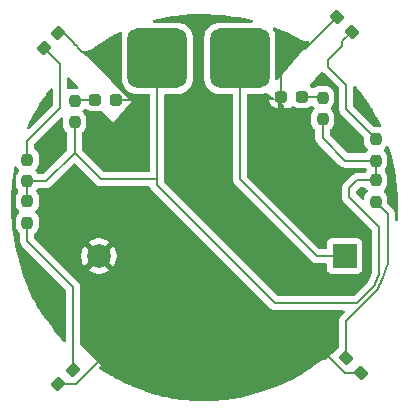
<source format=gbr>
%TF.GenerationSoftware,KiCad,Pcbnew,9.0.1*%
%TF.CreationDate,2025-05-12T23:40:56+02:00*%
%TF.ProjectId,knit_yarn,6b6e6974-5f79-4617-926e-2e6b69636164,rev?*%
%TF.SameCoordinates,Original*%
%TF.FileFunction,Copper,L2,Bot*%
%TF.FilePolarity,Positive*%
%FSLAX46Y46*%
G04 Gerber Fmt 4.6, Leading zero omitted, Abs format (unit mm)*
G04 Created by KiCad (PCBNEW 9.0.1) date 2025-05-12 23:40:56*
%MOMM*%
%LPD*%
G01*
G04 APERTURE LIST*
G04 Aperture macros list*
%AMRoundRect*
0 Rectangle with rounded corners*
0 $1 Rounding radius*
0 $2 $3 $4 $5 $6 $7 $8 $9 X,Y pos of 4 corners*
0 Add a 4 corners polygon primitive as box body*
4,1,4,$2,$3,$4,$5,$6,$7,$8,$9,$2,$3,0*
0 Add four circle primitives for the rounded corners*
1,1,$1+$1,$2,$3*
1,1,$1+$1,$4,$5*
1,1,$1+$1,$6,$7*
1,1,$1+$1,$8,$9*
0 Add four rect primitives between the rounded corners*
20,1,$1+$1,$2,$3,$4,$5,0*
20,1,$1+$1,$4,$5,$6,$7,0*
20,1,$1+$1,$6,$7,$8,$9,0*
20,1,$1+$1,$8,$9,$2,$3,0*%
G04 Aperture macros list end*
%TA.AperFunction,SMDPad,CuDef*%
%ADD10RoundRect,0.237500X0.237500X-0.250000X0.237500X0.250000X-0.237500X0.250000X-0.237500X-0.250000X0*%
%TD*%
%TA.AperFunction,SMDPad,CuDef*%
%ADD11RoundRect,0.237500X0.287500X0.237500X-0.287500X0.237500X-0.287500X-0.237500X0.287500X-0.237500X0*%
%TD*%
%TA.AperFunction,SMDPad,CuDef*%
%ADD12RoundRect,0.237500X-0.287500X-0.237500X0.287500X-0.237500X0.287500X0.237500X-0.287500X0.237500X0*%
%TD*%
%TA.AperFunction,SMDPad,CuDef*%
%ADD13RoundRect,0.237500X0.035355X0.371231X-0.371231X-0.035355X-0.035355X-0.371231X0.371231X0.035355X0*%
%TD*%
%TA.AperFunction,SMDPad,CuDef*%
%ADD14RoundRect,0.750000X1.750000X1.750000X-1.750000X1.750000X-1.750000X-1.750000X1.750000X-1.750000X0*%
%TD*%
%TA.AperFunction,ComponentPad*%
%ADD15C,2.000000*%
%TD*%
%TA.AperFunction,ComponentPad*%
%ADD16R,2.000000X2.000000*%
%TD*%
%TA.AperFunction,SMDPad,CuDef*%
%ADD17RoundRect,0.237500X-0.237500X0.250000X-0.237500X-0.250000X0.237500X-0.250000X0.237500X0.250000X0*%
%TD*%
%TA.AperFunction,SMDPad,CuDef*%
%ADD18RoundRect,0.237500X-0.371231X0.035355X0.035355X-0.371231X0.371231X-0.035355X-0.035355X0.371231X0*%
%TD*%
%TA.AperFunction,SMDPad,CuDef*%
%ADD19RoundRect,0.237500X-0.035355X-0.371231X0.371231X0.035355X0.035355X0.371231X-0.371231X-0.035355X0*%
%TD*%
%TA.AperFunction,SMDPad,CuDef*%
%ADD20RoundRect,0.237500X0.371231X-0.035355X-0.035355X0.371231X-0.371231X0.035355X0.035355X-0.371231X0*%
%TD*%
%TA.AperFunction,ViaPad*%
%ADD21C,0.600000*%
%TD*%
%TA.AperFunction,Conductor*%
%ADD22C,0.200000*%
%TD*%
G04 APERTURE END LIST*
D10*
%TO.P,R6,1*%
%TO.N,+3V0*%
X89000000Y-82412500D03*
%TO.P,R6,2*%
%TO.N,Net-(D6-A)*%
X89000000Y-80587500D03*
%TD*%
%TO.P,R5,1*%
%TO.N,+3V0*%
X110000000Y-82162500D03*
%TO.P,R5,2*%
%TO.N,Net-(D5-A)*%
X110000000Y-80337500D03*
%TD*%
D11*
%TO.P,D6,1,K*%
%TO.N,GND*%
X92500000Y-80500000D03*
%TO.P,D6,2,A*%
%TO.N,Net-(D6-A)*%
X90750000Y-80500000D03*
%TD*%
D12*
%TO.P,D5,1,K*%
%TO.N,GND*%
X106500000Y-80250000D03*
%TO.P,D5,2,A*%
%TO.N,Net-(D5-A)*%
X108250000Y-80250000D03*
%TD*%
D13*
%TO.P,D4,2,A*%
%TO.N,Net-(D4-A)*%
X86381282Y-76118718D03*
%TO.P,D4,1,K*%
%TO.N,GND*%
X87618718Y-74881282D03*
%TD*%
D14*
%TO.P,SW1,1,A*%
%TO.N,Net-(BT1-+)*%
X103000000Y-77000000D03*
%TO.P,SW1,2,B*%
%TO.N,+3V0*%
X96000000Y-77000000D03*
%TD*%
D15*
%TO.P,BT1,2,-*%
%TO.N,GND*%
X91057455Y-93750000D03*
D16*
%TO.P,BT1,1,+*%
%TO.N,Net-(BT1-+)*%
X111857455Y-93750000D03*
%TD*%
D10*
%TO.P,R4,1*%
%TO.N,+3V0*%
X85000000Y-87412500D03*
%TO.P,R4,2*%
%TO.N,Net-(D4-A)*%
X85000000Y-85587500D03*
%TD*%
%TO.P,R3,1*%
%TO.N,+3V0*%
X114500000Y-85662500D03*
%TO.P,R3,2*%
%TO.N,Net-(D3-A)*%
X114500000Y-83837500D03*
%TD*%
D17*
%TO.P,R2,1*%
%TO.N,+3V0*%
X85000000Y-89087500D03*
%TO.P,R2,2*%
%TO.N,Net-(D2-A)*%
X85000000Y-90912500D03*
%TD*%
%TO.P,R1,1*%
%TO.N,+3V0*%
X114500000Y-87337500D03*
%TO.P,R1,2*%
%TO.N,Net-(D1-A)*%
X114500000Y-89162500D03*
%TD*%
D18*
%TO.P,D3,1,K*%
%TO.N,GND*%
X111262564Y-73512564D03*
%TO.P,D3,2,A*%
%TO.N,Net-(D3-A)*%
X112500000Y-74750000D03*
%TD*%
D19*
%TO.P,D2,1,K*%
%TO.N,GND*%
X87631282Y-104618718D03*
%TO.P,D2,2,A*%
%TO.N,Net-(D2-A)*%
X88868718Y-103381282D03*
%TD*%
D20*
%TO.P,D1,1,K*%
%TO.N,GND*%
X113243718Y-103618718D03*
%TO.P,D1,2,A*%
%TO.N,Net-(D1-A)*%
X112006282Y-102381282D03*
%TD*%
D21*
%TO.N,GND*%
X100000000Y-89000000D03*
%TD*%
D22*
%TO.N,GND*%
X106500000Y-80250000D02*
X106500000Y-82000000D01*
X106500000Y-78000000D02*
X106500000Y-80250000D01*
X108525128Y-76250000D02*
X107250000Y-76250000D01*
X111262564Y-73512564D02*
X108525128Y-76250000D01*
X92500000Y-80500000D02*
X94250000Y-80500000D01*
X87618718Y-74881282D02*
X88131282Y-74881282D01*
X89672504Y-76453839D02*
X89677229Y-76458564D01*
X88989548Y-75788874D02*
X88999932Y-75799258D01*
X88939792Y-75694698D02*
X88939792Y-75703928D01*
X88934109Y-75689015D02*
X88939792Y-75694698D01*
X88934109Y-75684109D02*
X88934109Y-75689015D01*
X88946314Y-75718594D02*
X88953617Y-75725897D01*
X89461663Y-76273458D02*
X89462008Y-76273458D01*
X88939792Y-75703928D02*
X88946314Y-75710450D01*
X89649484Y-76443280D02*
X89652915Y-76443280D01*
X89601853Y-76406160D02*
X89603170Y-76406160D01*
X88953617Y-75733032D02*
X88961648Y-75741063D01*
X89616868Y-76419858D02*
X89619245Y-76419858D01*
X89687275Y-76462865D02*
X89693937Y-76462865D01*
X89705424Y-76466702D02*
X89708758Y-76470036D01*
X89010767Y-75815908D02*
X89022000Y-75827141D01*
X89708758Y-76470036D02*
X89717469Y-76470036D01*
X88131282Y-74881282D02*
X88934109Y-75684109D01*
X88946314Y-75710450D02*
X88946314Y-75718594D01*
X89488837Y-76300287D02*
X89489971Y-76300287D01*
X88979669Y-75775163D02*
X88989548Y-75785042D01*
X89516602Y-76326918D02*
X89521775Y-76326918D01*
X88989548Y-75785042D02*
X88989548Y-75788874D01*
X88999932Y-75802450D02*
X89010767Y-75813285D01*
X88999932Y-75799258D02*
X88999932Y-75802450D01*
X88970350Y-75761298D02*
X88979669Y-75770617D01*
X89172920Y-75992565D02*
X89297994Y-76109789D01*
X89010767Y-75813285D02*
X89010767Y-75815908D01*
X88979669Y-75770617D02*
X88979669Y-75775163D01*
X89722827Y-76472827D02*
X90000000Y-76750000D01*
X88961648Y-75741063D02*
X88961648Y-75747261D01*
X89720260Y-76472827D02*
X89722827Y-76472827D01*
X89022000Y-75829267D02*
X89033603Y-75840870D01*
X89682974Y-76458564D02*
X89687275Y-76462865D01*
X89033603Y-75840870D02*
X89033603Y-75842539D01*
X89022000Y-75827141D02*
X89022000Y-75829267D01*
X89640925Y-76437523D02*
X89643727Y-76437523D01*
X89033603Y-75842539D02*
X89057820Y-75866756D01*
X88961648Y-75747261D02*
X88970350Y-75755963D01*
X89057820Y-75866756D02*
X89057820Y-75868875D01*
X89083219Y-75895014D02*
X89172657Y-75984452D01*
X89057820Y-75868875D02*
X89083219Y-75894274D01*
X89083219Y-75894274D02*
X89083219Y-75895014D01*
X89172657Y-75984452D02*
X89172920Y-75992565D01*
X89462008Y-76273458D02*
X89488837Y-76300287D01*
X88953617Y-75725897D02*
X88953617Y-75733032D01*
X89297994Y-76109789D02*
X89461663Y-76273458D01*
X89632658Y-76431505D02*
X89634907Y-76431505D01*
X89667603Y-76453839D02*
X89672504Y-76453839D01*
X90000000Y-76750000D02*
X91250000Y-76750000D01*
X89489971Y-76300287D02*
X89516602Y-76326918D01*
X89521775Y-76326918D02*
X89587356Y-76392499D01*
X89587356Y-76392499D02*
X89588192Y-76392499D01*
X89588192Y-76392499D02*
X89601853Y-76406160D01*
X88970350Y-75755963D02*
X88970350Y-75761298D01*
X89619245Y-76419858D02*
X89624650Y-76425263D01*
X89624650Y-76425263D02*
X89626416Y-76425263D01*
X89603170Y-76406160D02*
X89616868Y-76419858D01*
X89626416Y-76425263D02*
X89632658Y-76431505D01*
X89662494Y-76448730D02*
X89667603Y-76453839D01*
X89634907Y-76431505D02*
X89640925Y-76437523D01*
X89643727Y-76437523D02*
X89649484Y-76443280D01*
X89652915Y-76443280D02*
X89658365Y-76448730D01*
X89658365Y-76448730D02*
X89662494Y-76448730D01*
X89677229Y-76458564D02*
X89682974Y-76458564D01*
X89693937Y-76462865D02*
X89697774Y-76466702D01*
X89697774Y-76466702D02*
X89705424Y-76466702D01*
X89717469Y-76470036D02*
X89720260Y-76472827D01*
%TO.N,+3V0*%
X96000000Y-87250000D02*
X96000000Y-87750000D01*
X114750000Y-91250000D02*
X112250000Y-88750000D01*
X112250000Y-88750000D02*
X112250000Y-88000000D01*
X96000000Y-87750000D02*
X106000000Y-97750000D01*
X114283823Y-96399077D02*
X114300532Y-96367665D01*
X112250000Y-88000000D02*
X112912500Y-87337500D01*
X114300532Y-96367665D02*
X114354125Y-96263531D01*
X114749341Y-95342278D02*
X114750000Y-95340547D01*
X114750000Y-95340547D02*
X114750000Y-91250000D01*
X106000000Y-97750000D02*
X112932900Y-97750000D01*
X112932900Y-97750000D02*
X114283823Y-96399077D01*
X114354125Y-96263531D02*
X114403484Y-96163820D01*
X114450113Y-96065533D02*
X114495398Y-95965840D01*
X112912500Y-87337500D02*
X114500000Y-87337500D01*
X114403484Y-96163820D02*
X114450113Y-96065533D01*
X114588055Y-95748994D02*
X114637152Y-95628153D01*
X114495398Y-95965840D02*
X114541037Y-95861077D01*
X114541037Y-95861077D02*
X114588055Y-95748994D01*
X114637152Y-95628153D02*
X114749341Y-95342278D01*
%TO.N,Net-(D1-A)*%
X115009568Y-95776858D02*
X115123374Y-95486862D01*
X115500000Y-94456641D02*
X115500000Y-90162500D01*
X115500000Y-90162500D02*
X114500000Y-89162500D01*
X114609723Y-96640277D02*
X114655851Y-96553559D01*
X114764351Y-96338712D02*
X114813819Y-96234440D01*
X112006282Y-102381282D02*
X112006282Y-99243718D01*
X115395870Y-94756485D02*
X115500000Y-94456641D01*
X114712101Y-96444262D02*
X114764351Y-96338712D01*
X114655851Y-96553559D02*
X114712101Y-96444262D01*
X112006282Y-99243718D02*
X114609723Y-96640277D01*
X114813819Y-96234440D02*
X114861814Y-96128781D01*
X114958704Y-95902048D02*
X115009568Y-95776858D01*
X114861814Y-96128781D02*
X114909738Y-96018775D01*
X114909738Y-96018775D02*
X114958704Y-95902048D01*
X115123374Y-95486862D02*
X115254044Y-95143584D01*
X115254044Y-95143584D02*
X115395870Y-94756485D01*
%TO.N,GND*%
X89402549Y-104303423D02*
X91705972Y-102000000D01*
X89402549Y-104345823D02*
X89402549Y-104303423D01*
X91705972Y-102000000D02*
X92500000Y-102000000D01*
X87631282Y-104618718D02*
X89129654Y-104618718D01*
X89129654Y-104618718D02*
X89402549Y-104345823D01*
X111250000Y-103000000D02*
X109750000Y-101500000D01*
X113243718Y-103618718D02*
X111868718Y-103618718D01*
X111868718Y-103618718D02*
X111250000Y-103000000D01*
%TO.N,+3V0*%
X85000000Y-87412500D02*
X86587500Y-87412500D01*
X86587500Y-87412500D02*
X89000000Y-85000000D01*
X85000000Y-89087500D02*
X85000000Y-87412500D01*
X89000000Y-85000000D02*
X89000000Y-82412500D01*
X96000000Y-87250000D02*
X91250000Y-87250000D01*
X91250000Y-87250000D02*
X89000000Y-85000000D01*
X96000000Y-77000000D02*
X96000000Y-87250000D01*
%TO.N,Net-(BT1-+)*%
X109500000Y-93750000D02*
X103000000Y-87250000D01*
X111857455Y-93750000D02*
X109500000Y-93750000D01*
X103000000Y-87250000D02*
X103000000Y-77000000D01*
%TO.N,+3V0*%
X111912500Y-85662500D02*
X110000000Y-83750000D01*
X110000000Y-83750000D02*
X110000000Y-82162500D01*
X114500000Y-85662500D02*
X111912500Y-85662500D01*
X114500000Y-85662500D02*
X114500000Y-87337500D01*
%TO.N,Net-(D3-A)*%
X114500000Y-83837500D02*
X112000000Y-81337500D01*
X112000000Y-81337500D02*
X112000000Y-79250000D01*
X112000000Y-79250000D02*
X110500000Y-77750000D01*
X110500000Y-77750000D02*
X110500000Y-77122686D01*
X111686343Y-75936343D02*
X111686343Y-75563657D01*
X110500000Y-77122686D02*
X111686343Y-75936343D01*
X111686343Y-75563657D02*
X112500000Y-74750000D01*
%TO.N,Net-(D5-A)*%
X108250000Y-80250000D02*
X109912500Y-80250000D01*
X109912500Y-80250000D02*
X110000000Y-80337500D01*
%TO.N,Net-(D6-A)*%
X90750000Y-80500000D02*
X89087500Y-80500000D01*
X89087500Y-80500000D02*
X89000000Y-80587500D01*
%TO.N,Net-(D4-A)*%
X85000000Y-85587500D02*
X85000000Y-84000000D01*
X85000000Y-84000000D02*
X87750000Y-81250000D01*
X87750000Y-81250000D02*
X87750000Y-77487436D01*
X87750000Y-77487436D02*
X86381282Y-76118718D01*
%TO.N,Net-(D2-A)*%
X88868718Y-103381282D02*
X88868718Y-96368718D01*
X88868718Y-96368718D02*
X85000000Y-92500000D01*
X85000000Y-92500000D02*
X85000000Y-90912500D01*
%TD*%
%TA.AperFunction,Conductor*%
%TO.N,GND*%
G36*
X89043333Y-85908415D02*
G01*
X89087680Y-85936916D01*
X90881284Y-87730520D01*
X90881286Y-87730521D01*
X90881290Y-87730524D01*
X91018209Y-87809573D01*
X91018216Y-87809577D01*
X91170943Y-87850501D01*
X91170945Y-87850501D01*
X91336654Y-87850501D01*
X91336670Y-87850500D01*
X95310097Y-87850500D01*
X95377136Y-87870185D01*
X95422891Y-87922989D01*
X95423827Y-87925089D01*
X95427491Y-87933522D01*
X95440423Y-87981785D01*
X95469360Y-88031904D01*
X95472888Y-88038015D01*
X95472889Y-88038017D01*
X95519479Y-88118714D01*
X95519481Y-88118717D01*
X95638349Y-88237585D01*
X95638354Y-88237589D01*
X105631284Y-98230520D01*
X105631286Y-98230521D01*
X105631290Y-98230524D01*
X105667626Y-98251502D01*
X105768216Y-98309577D01*
X105920943Y-98350501D01*
X105920945Y-98350501D01*
X106086654Y-98350501D01*
X106086670Y-98350500D01*
X111750902Y-98350500D01*
X111817941Y-98370185D01*
X111863696Y-98422989D01*
X111873640Y-98492147D01*
X111844615Y-98555703D01*
X111838583Y-98562181D01*
X111525763Y-98875000D01*
X111525761Y-98875003D01*
X111518132Y-98888217D01*
X111485733Y-98944335D01*
X111446705Y-99011933D01*
X111405781Y-99164661D01*
X111405781Y-99164663D01*
X111405781Y-99332764D01*
X111405782Y-99332777D01*
X111405782Y-101416953D01*
X111386097Y-101483992D01*
X111364163Y-101509632D01*
X110221065Y-102525719D01*
X110199367Y-102535961D01*
X110179902Y-102549989D01*
X110162634Y-102553301D01*
X110157881Y-102555545D01*
X110145285Y-102556864D01*
X110140432Y-102557122D01*
X110140029Y-102557086D01*
X110139541Y-102557170D01*
X110132247Y-102557559D01*
X110131767Y-102557445D01*
X110119348Y-102558653D01*
X110119317Y-102558339D01*
X110110272Y-102559224D01*
X110110328Y-102559792D01*
X110100919Y-102560719D01*
X110094753Y-102561887D01*
X110088198Y-102562845D01*
X110083301Y-102563035D01*
X110080078Y-102564033D01*
X110070827Y-102565386D01*
X110066994Y-102565969D01*
X110065367Y-102566440D01*
X110044207Y-102570607D01*
X110041209Y-102570930D01*
X110038030Y-102571701D01*
X110034808Y-102572747D01*
X110034391Y-102572775D01*
X110027565Y-102575099D01*
X110026674Y-102575389D01*
X110026100Y-102575405D01*
X110009507Y-102579636D01*
X110001645Y-102580995D01*
X110001639Y-102580996D01*
X110001638Y-102580997D01*
X110001636Y-102580997D01*
X109998800Y-102581881D01*
X109984753Y-102587053D01*
X109977039Y-102589211D01*
X109975964Y-102589367D01*
X109974994Y-102589783D01*
X109967050Y-102592006D01*
X109966588Y-102592000D01*
X109960680Y-102594224D01*
X109955551Y-102596572D01*
X109950317Y-102598587D01*
X109949482Y-102598736D01*
X109947381Y-102599718D01*
X109943329Y-102601279D01*
X109941982Y-102601389D01*
X109933248Y-102604673D01*
X109930967Y-102605333D01*
X109929267Y-102606076D01*
X109926142Y-102607801D01*
X109922276Y-102609740D01*
X109906676Y-102616274D01*
X109899694Y-102618652D01*
X109896261Y-102620350D01*
X109887153Y-102625554D01*
X109882737Y-102627678D01*
X109870711Y-102632337D01*
X109866207Y-102635628D01*
X109855958Y-102640559D01*
X109855092Y-102640701D01*
X109847275Y-102644636D01*
X109843774Y-102646140D01*
X109836792Y-102650293D01*
X109836494Y-102649792D01*
X109824460Y-102657206D01*
X109818372Y-102660053D01*
X109811518Y-102664431D01*
X109811382Y-102664219D01*
X109807222Y-102667159D01*
X109803653Y-102669258D01*
X109794315Y-102673944D01*
X109791636Y-102676325D01*
X109787705Y-102678637D01*
X109787268Y-102678779D01*
X109785295Y-102680054D01*
X109781917Y-102682042D01*
X109781355Y-102682183D01*
X109777318Y-102684617D01*
X109771209Y-102687868D01*
X109767381Y-102690601D01*
X109755881Y-102697891D01*
X109748786Y-102701859D01*
X109746487Y-102703574D01*
X109739688Y-102708299D01*
X109737287Y-102709851D01*
X109726799Y-102715969D01*
X109724967Y-102717816D01*
X109717174Y-102722855D01*
X109716679Y-102723001D01*
X109714003Y-102724838D01*
X109704755Y-102730428D01*
X109698690Y-102734940D01*
X109697011Y-102736100D01*
X109692124Y-102739308D01*
X109683198Y-102744871D01*
X109681532Y-102746242D01*
X109670154Y-102754559D01*
X109651132Y-102766868D01*
X109647300Y-102769129D01*
X109646574Y-102769650D01*
X109641708Y-102772967D01*
X109639769Y-102774221D01*
X109634961Y-102777981D01*
X109618683Y-102789661D01*
X109615586Y-102791813D01*
X109594062Y-102806286D01*
X109583123Y-102814844D01*
X109545208Y-102841060D01*
X109543395Y-102842702D01*
X109532467Y-102851522D01*
X109431635Y-102923871D01*
X109424182Y-102929218D01*
X109422945Y-102929693D01*
X109370792Y-102967525D01*
X109370504Y-102967733D01*
X109370474Y-102967755D01*
X109314356Y-103008022D01*
X109309922Y-103011684D01*
X109095534Y-103167211D01*
X109094895Y-103167672D01*
X108946534Y-103273867D01*
X108945657Y-103274489D01*
X108792560Y-103382080D01*
X108791380Y-103382899D01*
X108709937Y-103438681D01*
X108636776Y-103488790D01*
X108635133Y-103489895D01*
X108481711Y-103591415D01*
X108479636Y-103592759D01*
X108328489Y-103688497D01*
X108326294Y-103689856D01*
X108175900Y-103780786D01*
X108173724Y-103782071D01*
X108022384Y-103869411D01*
X108020322Y-103870574D01*
X107910300Y-103931246D01*
X107866658Y-103955312D01*
X107864684Y-103956377D01*
X107707291Y-104039494D01*
X107705493Y-104040425D01*
X107543111Y-104122813D01*
X107541526Y-104123603D01*
X107372645Y-104206277D01*
X107371295Y-104206928D01*
X107195104Y-104290556D01*
X107193949Y-104291097D01*
X107009793Y-104376197D01*
X107008632Y-104376726D01*
X106816850Y-104462967D01*
X106815642Y-104463503D01*
X106615854Y-104550795D01*
X106614602Y-104551333D01*
X106406512Y-104639543D01*
X106405228Y-104640079D01*
X106188249Y-104729198D01*
X106186939Y-104729727D01*
X105960891Y-104819574D01*
X105959564Y-104820093D01*
X105723944Y-104910624D01*
X105722602Y-104911131D01*
X105476924Y-105002278D01*
X105475573Y-105002770D01*
X105220167Y-105094171D01*
X105218792Y-105094654D01*
X104954904Y-105185608D01*
X104953478Y-105186090D01*
X104683294Y-105275558D01*
X104681790Y-105276045D01*
X104406892Y-105363201D01*
X104405387Y-105363667D01*
X104128015Y-105447479D01*
X104126304Y-105447983D01*
X103848328Y-105527548D01*
X103846413Y-105528079D01*
X103569997Y-105602426D01*
X103567868Y-105602979D01*
X103294745Y-105671269D01*
X103292365Y-105671839D01*
X103023893Y-105733363D01*
X103021306Y-105733927D01*
X102755798Y-105788833D01*
X102753059Y-105789367D01*
X102488447Y-105837905D01*
X102485613Y-105838391D01*
X102219629Y-105880831D01*
X102216761Y-105881254D01*
X101947182Y-105917828D01*
X101944341Y-105918180D01*
X101669064Y-105949072D01*
X101666309Y-105949350D01*
X101382883Y-105974764D01*
X101380264Y-105974971D01*
X101086827Y-105995025D01*
X101084387Y-105995168D01*
X100779543Y-106009974D01*
X100777288Y-106010063D01*
X100462860Y-106019602D01*
X100460736Y-106019648D01*
X100139631Y-106023885D01*
X100137585Y-106023895D01*
X99812619Y-106022821D01*
X99810604Y-106022798D01*
X99484378Y-106016418D01*
X99482350Y-106016362D01*
X99157716Y-106004697D01*
X99155630Y-106004604D01*
X98835375Y-105987692D01*
X98833183Y-105987557D01*
X98519986Y-105965449D01*
X98517635Y-105965261D01*
X98213541Y-105937974D01*
X98211023Y-105937722D01*
X97915374Y-105905100D01*
X97912719Y-105904778D01*
X97623814Y-105866576D01*
X97621051Y-105866179D01*
X97337476Y-105822166D01*
X97334649Y-105821694D01*
X97054694Y-105771592D01*
X97051845Y-105771047D01*
X96773986Y-105714581D01*
X96771157Y-105713972D01*
X96493773Y-105650830D01*
X96491013Y-105650168D01*
X96212431Y-105580008D01*
X96209821Y-105579320D01*
X96030842Y-105530030D01*
X95928815Y-105501932D01*
X95926368Y-105501231D01*
X95643487Y-105417042D01*
X95641217Y-105416343D01*
X95357613Y-105325989D01*
X95355490Y-105325291D01*
X95072555Y-105229500D01*
X95070551Y-105228803D01*
X94789345Y-105128202D01*
X94787437Y-105127502D01*
X94509296Y-105022826D01*
X94507463Y-105022119D01*
X94271019Y-104928833D01*
X94233657Y-104914092D01*
X94231895Y-104913381D01*
X94226441Y-104911131D01*
X94023134Y-104827256D01*
X93963464Y-104802639D01*
X93961739Y-104801912D01*
X93699689Y-104689144D01*
X93698097Y-104688446D01*
X93443689Y-104574714D01*
X93442234Y-104574052D01*
X93197054Y-104460631D01*
X93195761Y-104460024D01*
X92962784Y-104348848D01*
X92960983Y-104347971D01*
X92559077Y-104148133D01*
X92529368Y-104133361D01*
X92527189Y-104132250D01*
X92158447Y-103939699D01*
X92156886Y-103938870D01*
X92029464Y-103870003D01*
X92001600Y-103854943D01*
X92000611Y-103854403D01*
X91979420Y-103842689D01*
X91862969Y-103778315D01*
X91861466Y-103777470D01*
X91631405Y-103646012D01*
X91629438Y-103644864D01*
X91457189Y-103542199D01*
X91455755Y-103541331D01*
X91340963Y-103470791D01*
X91329325Y-103462688D01*
X91327684Y-103461400D01*
X91327679Y-103461397D01*
X91327678Y-103461396D01*
X91292211Y-103440394D01*
X91281327Y-103432103D01*
X91280916Y-103432661D01*
X91274375Y-103427830D01*
X91261804Y-103420877D01*
X91250308Y-103412667D01*
X91249974Y-103413151D01*
X91243289Y-103408535D01*
X91243287Y-103408534D01*
X91243286Y-103408533D01*
X91228851Y-103401137D01*
X91215096Y-103392079D01*
X91215055Y-103392145D01*
X91208175Y-103387828D01*
X91203492Y-103385684D01*
X91193250Y-103380995D01*
X91181700Y-103374953D01*
X91176965Y-103372149D01*
X91167578Y-103365952D01*
X91167302Y-103365801D01*
X91158043Y-103362205D01*
X91149153Y-103358346D01*
X91146001Y-103356828D01*
X91141009Y-103354068D01*
X91139475Y-103353687D01*
X91132818Y-103350482D01*
X91110162Y-103330032D01*
X91086063Y-103311329D01*
X91084480Y-103306850D01*
X91080953Y-103303666D01*
X91072950Y-103274216D01*
X91062787Y-103245451D01*
X91063877Y-103240827D01*
X91062631Y-103236241D01*
X91071821Y-103207138D01*
X91078823Y-103177446D01*
X91082878Y-103172125D01*
X91083671Y-103169615D01*
X91086732Y-103167068D01*
X91098918Y-103151081D01*
X91250000Y-103000000D01*
X89505537Y-101255537D01*
X89472052Y-101194214D01*
X89469218Y-101167856D01*
X89469218Y-96289660D01*
X89465261Y-96274895D01*
X89465260Y-96274891D01*
X89448809Y-96213495D01*
X89448809Y-96213494D01*
X89428295Y-96136934D01*
X89420867Y-96124068D01*
X89349242Y-96000008D01*
X89349239Y-96000004D01*
X89349238Y-96000002D01*
X89237434Y-95888198D01*
X89237433Y-95888197D01*
X89233103Y-95883867D01*
X89233092Y-95883857D01*
X86981182Y-93631947D01*
X89557455Y-93631947D01*
X89557455Y-93868052D01*
X89594389Y-94101247D01*
X89667352Y-94325802D01*
X89774542Y-94536174D01*
X89834793Y-94619104D01*
X89834795Y-94619105D01*
X90379876Y-94074024D01*
X90392814Y-94105258D01*
X90474892Y-94228097D01*
X90579358Y-94332563D01*
X90702197Y-94414641D01*
X90733429Y-94427578D01*
X90188348Y-94972658D01*
X90271283Y-95032914D01*
X90481652Y-95140102D01*
X90706207Y-95213065D01*
X90706206Y-95213065D01*
X90939403Y-95250000D01*
X91175507Y-95250000D01*
X91408702Y-95213065D01*
X91633257Y-95140102D01*
X91843618Y-95032918D01*
X91843624Y-95032914D01*
X91926559Y-94972658D01*
X91926560Y-94972658D01*
X91381479Y-94427578D01*
X91412713Y-94414641D01*
X91535552Y-94332563D01*
X91640018Y-94228097D01*
X91722096Y-94105258D01*
X91735033Y-94074024D01*
X92280113Y-94619105D01*
X92280113Y-94619104D01*
X92340369Y-94536169D01*
X92340373Y-94536163D01*
X92447557Y-94325802D01*
X92520520Y-94101247D01*
X92557455Y-93868052D01*
X92557455Y-93631947D01*
X92520520Y-93398752D01*
X92447557Y-93174197D01*
X92340369Y-92963828D01*
X92280113Y-92880894D01*
X92280113Y-92880893D01*
X91735032Y-93425974D01*
X91722096Y-93394742D01*
X91640018Y-93271903D01*
X91535552Y-93167437D01*
X91412713Y-93085359D01*
X91381479Y-93072421D01*
X91926560Y-92527340D01*
X91926559Y-92527338D01*
X91843629Y-92467087D01*
X91633257Y-92359897D01*
X91408702Y-92286934D01*
X91408703Y-92286934D01*
X91175507Y-92250000D01*
X90939403Y-92250000D01*
X90706207Y-92286934D01*
X90481652Y-92359897D01*
X90271285Y-92467084D01*
X90188349Y-92527340D01*
X90733430Y-93072421D01*
X90702197Y-93085359D01*
X90579358Y-93167437D01*
X90474892Y-93271903D01*
X90392814Y-93394742D01*
X90379876Y-93425975D01*
X89834795Y-92880894D01*
X89774539Y-92963830D01*
X89667352Y-93174197D01*
X89594389Y-93398752D01*
X89557455Y-93631947D01*
X86981182Y-93631947D01*
X85636819Y-92287584D01*
X85603334Y-92226261D01*
X85600500Y-92199903D01*
X85600500Y-91874900D01*
X85620185Y-91807861D01*
X85659401Y-91769363D01*
X85698350Y-91745340D01*
X85820340Y-91623350D01*
X85910908Y-91476516D01*
X85965174Y-91312753D01*
X85975500Y-91211677D01*
X85975499Y-90613324D01*
X85965174Y-90512247D01*
X85910908Y-90348484D01*
X85820340Y-90201650D01*
X85706371Y-90087681D01*
X85672886Y-90026358D01*
X85677870Y-89956666D01*
X85706371Y-89912319D01*
X85744182Y-89874508D01*
X85820340Y-89798350D01*
X85910908Y-89651516D01*
X85965174Y-89487753D01*
X85975500Y-89386677D01*
X85975499Y-88788324D01*
X85972835Y-88762248D01*
X85965174Y-88687247D01*
X85959770Y-88670939D01*
X85910908Y-88523484D01*
X85820340Y-88376650D01*
X85781371Y-88337681D01*
X85780688Y-88336431D01*
X85779452Y-88335720D01*
X85763984Y-88305840D01*
X85747886Y-88276358D01*
X85747987Y-88274937D01*
X85747332Y-88273671D01*
X85750471Y-88240206D01*
X85752870Y-88206666D01*
X85753768Y-88205063D01*
X85753858Y-88204106D01*
X85756862Y-88199542D01*
X85771453Y-88173511D01*
X85776069Y-88167620D01*
X85820340Y-88123350D01*
X85855725Y-88065980D01*
X85860012Y-88060511D01*
X85883010Y-88044076D01*
X85904020Y-88025179D01*
X85911989Y-88023367D01*
X85916859Y-88019888D01*
X85930195Y-88019230D01*
X85957611Y-88013000D01*
X86500831Y-88013000D01*
X86500847Y-88013001D01*
X86508443Y-88013001D01*
X86666554Y-88013001D01*
X86666557Y-88013001D01*
X86819285Y-87972077D01*
X86869404Y-87943139D01*
X86956216Y-87893020D01*
X87068020Y-87781216D01*
X87068020Y-87781214D01*
X87078228Y-87771007D01*
X87078230Y-87771004D01*
X88912318Y-85936916D01*
X88973641Y-85903431D01*
X89043333Y-85908415D01*
G37*
%TD.AperFunction*%
%TA.AperFunction,Conductor*%
G36*
X99929219Y-73270456D02*
G01*
X99931687Y-73270510D01*
X100354374Y-73284237D01*
X100356688Y-73284336D01*
X100789649Y-73306967D01*
X100791840Y-73307102D01*
X101230099Y-73338308D01*
X101232363Y-73338491D01*
X101670922Y-73377909D01*
X101673122Y-73378128D01*
X102107078Y-73425383D01*
X102109365Y-73425654D01*
X102533554Y-73480307D01*
X102536105Y-73480663D01*
X102945608Y-73542274D01*
X102948403Y-73542728D01*
X103338076Y-73610777D01*
X103341230Y-73611370D01*
X103708119Y-73685442D01*
X103711277Y-73686125D01*
X103997011Y-73751887D01*
X104009055Y-73754659D01*
X104069971Y-73788879D01*
X104102717Y-73850600D01*
X104096896Y-73920226D01*
X104054355Y-73975653D01*
X103988602Y-73999281D01*
X103981243Y-73999500D01*
X101185791Y-73999500D01*
X101185776Y-73999501D01*
X101053586Y-74009904D01*
X101053579Y-74009905D01*
X100835321Y-74064902D01*
X100835318Y-74064903D01*
X100630377Y-74157991D01*
X100630367Y-74157997D01*
X100445354Y-74286174D01*
X100445342Y-74286184D01*
X100286184Y-74445342D01*
X100286174Y-74445354D01*
X100157997Y-74630367D01*
X100157991Y-74630377D01*
X100064903Y-74835318D01*
X100064902Y-74835321D01*
X100009905Y-75053579D01*
X100009904Y-75053586D01*
X99999500Y-75185777D01*
X99999500Y-78814208D01*
X99999501Y-78814223D01*
X100009904Y-78946413D01*
X100009905Y-78946420D01*
X100064902Y-79164678D01*
X100064903Y-79164681D01*
X100157991Y-79369622D01*
X100157997Y-79369632D01*
X100286174Y-79554645D01*
X100286178Y-79554650D01*
X100286181Y-79554654D01*
X100445346Y-79713819D01*
X100445350Y-79713822D01*
X100445354Y-79713825D01*
X100558836Y-79792445D01*
X100630374Y-79842007D01*
X100835317Y-79935096D01*
X100835321Y-79935097D01*
X101053579Y-79990094D01*
X101053581Y-79990094D01*
X101053588Y-79990096D01*
X101185783Y-80000500D01*
X102275500Y-80000499D01*
X102342539Y-80020184D01*
X102388294Y-80072987D01*
X102399500Y-80124499D01*
X102399500Y-87163330D01*
X102399499Y-87163348D01*
X102399499Y-87329054D01*
X102399498Y-87329054D01*
X102440424Y-87481789D01*
X102440425Y-87481790D01*
X102462268Y-87519622D01*
X102462269Y-87519624D01*
X102519475Y-87618709D01*
X102519481Y-87618717D01*
X102638349Y-87737585D01*
X102638355Y-87737590D01*
X109015139Y-94114374D01*
X109015149Y-94114385D01*
X109019479Y-94118715D01*
X109019480Y-94118716D01*
X109131284Y-94230520D01*
X109160562Y-94247423D01*
X109218095Y-94280639D01*
X109218097Y-94280641D01*
X109256151Y-94302611D01*
X109268215Y-94309577D01*
X109420943Y-94350500D01*
X110232956Y-94350500D01*
X110299995Y-94370185D01*
X110345750Y-94422989D01*
X110356956Y-94474500D01*
X110356956Y-94797876D01*
X110363363Y-94857483D01*
X110413657Y-94992328D01*
X110413661Y-94992335D01*
X110499907Y-95107544D01*
X110499910Y-95107547D01*
X110615119Y-95193793D01*
X110615126Y-95193797D01*
X110749972Y-95244091D01*
X110749971Y-95244091D01*
X110756899Y-95244835D01*
X110809582Y-95250500D01*
X112905327Y-95250499D01*
X112964938Y-95244091D01*
X113099786Y-95193796D01*
X113215001Y-95107546D01*
X113301251Y-94992331D01*
X113351546Y-94857483D01*
X113357955Y-94797873D01*
X113357954Y-92702128D01*
X113351546Y-92642517D01*
X113340237Y-92612197D01*
X113301252Y-92507671D01*
X113301248Y-92507664D01*
X113215002Y-92392455D01*
X113214999Y-92392452D01*
X113099790Y-92306206D01*
X113099783Y-92306202D01*
X112964937Y-92255908D01*
X112964938Y-92255908D01*
X112905338Y-92249501D01*
X112905336Y-92249500D01*
X112905328Y-92249500D01*
X112905319Y-92249500D01*
X110809584Y-92249500D01*
X110809578Y-92249501D01*
X110749971Y-92255908D01*
X110615126Y-92306202D01*
X110615119Y-92306206D01*
X110499910Y-92392452D01*
X110499907Y-92392455D01*
X110413661Y-92507664D01*
X110413657Y-92507671D01*
X110363363Y-92642517D01*
X110358400Y-92688686D01*
X110356956Y-92702123D01*
X110356955Y-92702135D01*
X110356955Y-93025500D01*
X110337270Y-93092539D01*
X110284466Y-93138294D01*
X110232955Y-93149500D01*
X109800097Y-93149500D01*
X109733058Y-93129815D01*
X109712416Y-93113181D01*
X103636819Y-87037584D01*
X103603334Y-86976261D01*
X103600500Y-86949903D01*
X103600500Y-80124499D01*
X103620185Y-80057460D01*
X103672989Y-80011705D01*
X103724500Y-80000499D01*
X104814208Y-80000499D01*
X104814216Y-80000499D01*
X104946412Y-79990096D01*
X105105372Y-79950041D01*
X105175189Y-79952748D01*
X105201538Y-79971161D01*
X105202190Y-79970119D01*
X105345000Y-80059375D01*
X106050000Y-80500000D01*
X105475001Y-80500000D01*
X105475001Y-80536654D01*
X105485319Y-80637652D01*
X105539546Y-80801300D01*
X105539551Y-80801311D01*
X105630052Y-80948034D01*
X105630055Y-80948038D01*
X105751961Y-81069944D01*
X105751965Y-81069947D01*
X105898688Y-81160448D01*
X105898699Y-81160453D01*
X106062347Y-81214680D01*
X106163351Y-81224999D01*
X106250000Y-81224998D01*
X106250000Y-80625000D01*
X106750000Y-80937500D01*
X106750000Y-81224999D01*
X106836640Y-81224999D01*
X106836654Y-81224998D01*
X106937652Y-81214680D01*
X107049534Y-81177607D01*
X107119363Y-81175205D01*
X107154256Y-81190160D01*
X107250000Y-81250000D01*
X107368768Y-81111436D01*
X107427339Y-81073349D01*
X107497208Y-81072974D01*
X107528010Y-81086599D01*
X107648475Y-81160903D01*
X107648478Y-81160904D01*
X107648484Y-81160908D01*
X107812247Y-81215174D01*
X107913323Y-81225500D01*
X108586676Y-81225499D01*
X108586684Y-81225498D01*
X108586687Y-81225498D01*
X108642030Y-81219844D01*
X108687753Y-81215174D01*
X108851516Y-81160908D01*
X108998350Y-81070340D01*
X109012317Y-81056371D01*
X109020264Y-81052032D01*
X109025690Y-81044785D01*
X109050444Y-81035552D01*
X109073639Y-81022886D01*
X109082671Y-81023531D01*
X109091154Y-81020368D01*
X109116971Y-81025984D01*
X109143331Y-81027869D01*
X109152386Y-81033688D01*
X109159427Y-81035220D01*
X109187681Y-81056371D01*
X109293629Y-81162319D01*
X109327114Y-81223642D01*
X109322130Y-81293334D01*
X109293629Y-81337681D01*
X109179661Y-81451648D01*
X109089093Y-81598481D01*
X109089091Y-81598486D01*
X109069223Y-81658444D01*
X109034826Y-81762247D01*
X109034826Y-81762248D01*
X109034825Y-81762248D01*
X109024500Y-81863315D01*
X109024500Y-82461669D01*
X109024501Y-82461687D01*
X109034825Y-82562752D01*
X109048738Y-82604737D01*
X109084174Y-82711676D01*
X109089092Y-82726515D01*
X109089093Y-82726518D01*
X109101176Y-82746108D01*
X109179660Y-82873350D01*
X109301650Y-82995340D01*
X109340597Y-83019362D01*
X109387320Y-83071307D01*
X109399500Y-83124900D01*
X109399500Y-83663330D01*
X109399499Y-83663348D01*
X109399499Y-83829054D01*
X109399498Y-83829054D01*
X109440423Y-83981785D01*
X109461088Y-84017578D01*
X109461090Y-84017580D01*
X109519479Y-84118714D01*
X109519481Y-84118717D01*
X109638349Y-84237585D01*
X109638355Y-84237590D01*
X111427639Y-86026874D01*
X111427649Y-86026885D01*
X111431979Y-86031215D01*
X111431980Y-86031216D01*
X111543784Y-86143020D01*
X111543786Y-86143021D01*
X111543790Y-86143024D01*
X111657248Y-86208528D01*
X111680716Y-86222077D01*
X111792519Y-86252034D01*
X111833442Y-86263000D01*
X111833443Y-86263000D01*
X113542389Y-86263000D01*
X113545421Y-86263890D01*
X113548496Y-86263150D01*
X113578731Y-86273671D01*
X113609428Y-86282685D01*
X113612393Y-86285385D01*
X113614485Y-86286113D01*
X113621853Y-86293999D01*
X113639988Y-86310511D01*
X113644274Y-86315980D01*
X113679660Y-86373350D01*
X113723930Y-86417620D01*
X113728547Y-86423511D01*
X113738818Y-86449293D01*
X113752114Y-86473642D01*
X113751566Y-86481292D01*
X113754406Y-86488419D01*
X113749109Y-86515657D01*
X113747130Y-86543334D01*
X113742250Y-86550925D01*
X113741069Y-86557004D01*
X113732768Y-86565680D01*
X113718629Y-86587681D01*
X113679660Y-86626649D01*
X113679659Y-86626650D01*
X113647928Y-86678096D01*
X113595980Y-86724821D01*
X113542389Y-86737000D01*
X112833441Y-86737000D01*
X112812423Y-86742631D01*
X112812424Y-86742632D01*
X112680714Y-86777923D01*
X112680709Y-86777926D01*
X112543790Y-86856975D01*
X112543782Y-86856981D01*
X111769481Y-87631282D01*
X111769480Y-87631284D01*
X111725588Y-87707308D01*
X111690423Y-87768215D01*
X111649499Y-87920943D01*
X111649499Y-87920945D01*
X111649499Y-88089046D01*
X111649500Y-88089059D01*
X111649500Y-88663330D01*
X111649499Y-88663348D01*
X111649499Y-88829054D01*
X111649498Y-88829054D01*
X111666052Y-88890831D01*
X111690423Y-88981785D01*
X111694018Y-88988012D01*
X111694020Y-88988019D01*
X111694022Y-88988019D01*
X111769475Y-89118709D01*
X111769481Y-89118717D01*
X111888349Y-89237585D01*
X111888355Y-89237590D01*
X114113181Y-91462416D01*
X114146666Y-91523739D01*
X114149500Y-91550097D01*
X114149500Y-95203523D01*
X114148200Y-95210388D01*
X114149016Y-95214468D01*
X114140929Y-95248823D01*
X114079734Y-95404755D01*
X114079185Y-95406130D01*
X114033259Y-95519167D01*
X114032726Y-95520459D01*
X113989196Y-95624228D01*
X113988530Y-95625785D01*
X113947118Y-95720844D01*
X113946336Y-95722603D01*
X113905868Y-95811693D01*
X113905000Y-95813560D01*
X113863508Y-95901018D01*
X113862619Y-95902854D01*
X113818422Y-95992136D01*
X113817592Y-95993780D01*
X113802824Y-96022475D01*
X113780250Y-96053413D01*
X112720484Y-97113181D01*
X112659161Y-97146666D01*
X112632803Y-97149500D01*
X106300098Y-97149500D01*
X106233059Y-97129815D01*
X106212417Y-97113181D01*
X96636819Y-87537583D01*
X96603334Y-87476260D01*
X96600500Y-87449902D01*
X96600500Y-80124499D01*
X96620185Y-80057460D01*
X96672989Y-80011705D01*
X96724500Y-80000499D01*
X97814208Y-80000499D01*
X97814216Y-80000499D01*
X97946412Y-79990096D01*
X98164683Y-79935096D01*
X98369626Y-79842007D01*
X98554654Y-79713819D01*
X98713819Y-79554654D01*
X98842007Y-79369626D01*
X98935096Y-79164683D01*
X98990096Y-78946412D01*
X99000500Y-78814217D01*
X99000499Y-75185784D01*
X98990096Y-75053588D01*
X98985903Y-75036949D01*
X98935097Y-74835321D01*
X98935096Y-74835318D01*
X98934637Y-74834308D01*
X98842007Y-74630374D01*
X98804961Y-74576902D01*
X98713825Y-74445354D01*
X98713822Y-74445350D01*
X98713819Y-74445346D01*
X98554654Y-74286181D01*
X98554650Y-74286178D01*
X98554645Y-74286174D01*
X98369632Y-74157997D01*
X98369630Y-74157995D01*
X98369626Y-74157993D01*
X98343427Y-74146093D01*
X98164681Y-74064903D01*
X98164678Y-74064902D01*
X97946420Y-74009905D01*
X97946413Y-74009904D01*
X97814222Y-73999500D01*
X97814217Y-73999500D01*
X95729531Y-73999500D01*
X95710840Y-73994011D01*
X95691367Y-73993481D01*
X95678005Y-73984370D01*
X95662492Y-73979815D01*
X95649737Y-73965094D01*
X95633640Y-73954119D01*
X95627325Y-73939230D01*
X95616737Y-73927011D01*
X95613964Y-73907730D01*
X95606358Y-73889796D01*
X95609094Y-73873859D01*
X95606793Y-73857853D01*
X95614885Y-73840133D01*
X95618182Y-73820934D01*
X95629100Y-73809006D01*
X95635818Y-73794297D01*
X95652205Y-73783765D01*
X95665359Y-73769396D01*
X95692433Y-73757912D01*
X95694596Y-73756523D01*
X95697830Y-73755620D01*
X95710744Y-73752208D01*
X95713195Y-73751588D01*
X96092513Y-73659944D01*
X96094976Y-73659377D01*
X96474541Y-73576425D01*
X96477237Y-73575868D01*
X96854139Y-73502523D01*
X96856992Y-73502004D01*
X97229437Y-73438926D01*
X97232519Y-73438445D01*
X97602205Y-73385566D01*
X97605440Y-73385148D01*
X97975039Y-73342233D01*
X97978205Y-73341907D01*
X98350481Y-73308744D01*
X98353607Y-73308507D01*
X98731050Y-73284946D01*
X98734145Y-73284793D01*
X99119356Y-73270703D01*
X99122281Y-73270632D01*
X99517860Y-73265904D01*
X99520718Y-73265904D01*
X99929219Y-73270456D01*
G37*
%TD.AperFunction*%
%TA.AperFunction,Conductor*%
G36*
X93011580Y-74760822D02*
G01*
X93050276Y-74818997D01*
X93052107Y-74886102D01*
X93009904Y-75053588D01*
X92999500Y-75185777D01*
X92999500Y-78814208D01*
X92999501Y-78814223D01*
X93009904Y-78946413D01*
X93009905Y-78946420D01*
X93064902Y-79164678D01*
X93064903Y-79164681D01*
X93157991Y-79369622D01*
X93157997Y-79369632D01*
X93286174Y-79554645D01*
X93286178Y-79554650D01*
X93286181Y-79554654D01*
X93445346Y-79713819D01*
X93445350Y-79713822D01*
X93445354Y-79713825D01*
X93558836Y-79792445D01*
X93630374Y-79842007D01*
X93835317Y-79935096D01*
X93835321Y-79935097D01*
X94053579Y-79990094D01*
X94053581Y-79990094D01*
X94053588Y-79990096D01*
X94185783Y-80000500D01*
X95275500Y-80000499D01*
X95342539Y-80020184D01*
X95388294Y-80072987D01*
X95399500Y-80124499D01*
X95399500Y-86525500D01*
X95379815Y-86592539D01*
X95327011Y-86638294D01*
X95275500Y-86649500D01*
X91550098Y-86649500D01*
X91483059Y-86629815D01*
X91462417Y-86613181D01*
X89636819Y-84787583D01*
X89603334Y-84726260D01*
X89600500Y-84699902D01*
X89600500Y-83374900D01*
X89620185Y-83307861D01*
X89659401Y-83269363D01*
X89698350Y-83245340D01*
X89820340Y-83123350D01*
X89910908Y-82976516D01*
X89965174Y-82812753D01*
X89975500Y-82711677D01*
X89975499Y-82113324D01*
X89965174Y-82012247D01*
X89910908Y-81848484D01*
X89820340Y-81701650D01*
X89706371Y-81587681D01*
X89702032Y-81579735D01*
X89694785Y-81574310D01*
X89685550Y-81549550D01*
X89672886Y-81526358D01*
X89673531Y-81517328D01*
X89670368Y-81508846D01*
X89675984Y-81483025D01*
X89677870Y-81456666D01*
X89683688Y-81447612D01*
X89685220Y-81440573D01*
X89706371Y-81412319D01*
X89812319Y-81306371D01*
X89873642Y-81272886D01*
X89943334Y-81277870D01*
X89987681Y-81306371D01*
X90001650Y-81320340D01*
X90148484Y-81410908D01*
X90312247Y-81465174D01*
X90413323Y-81475500D01*
X91086676Y-81475499D01*
X91086684Y-81475498D01*
X91086687Y-81475498D01*
X91194489Y-81464486D01*
X91194735Y-81466903D01*
X91253245Y-81471276D01*
X91299334Y-81501802D01*
X92249999Y-82500000D01*
X92249999Y-82499999D01*
X92250000Y-82500000D01*
X93750000Y-80750000D01*
X93749999Y-80749998D01*
X90454288Y-77271193D01*
X89788768Y-76568700D01*
X89776227Y-76544181D01*
X89760746Y-76521399D01*
X89760543Y-76513516D01*
X89756953Y-76506496D01*
X89759659Y-76479086D01*
X89758952Y-76451552D01*
X89763043Y-76444811D01*
X89763818Y-76436964D01*
X89780914Y-76415367D01*
X89795205Y-76391824D01*
X89802290Y-76388365D01*
X89807186Y-76382182D01*
X89833246Y-76373256D01*
X89857995Y-76361177D01*
X89868727Y-76361104D01*
X89873286Y-76359543D01*
X89893277Y-76360271D01*
X89901655Y-76361256D01*
X89903340Y-76361752D01*
X89906509Y-76361827D01*
X89912255Y-76362504D01*
X89913878Y-76363195D01*
X89916088Y-76363448D01*
X89920801Y-76363793D01*
X89920802Y-76363794D01*
X89920802Y-76363793D01*
X89926241Y-76364193D01*
X89931539Y-76364233D01*
X89941224Y-76364940D01*
X89944341Y-76365668D01*
X89949066Y-76365513D01*
X89955599Y-76365991D01*
X89957036Y-76366529D01*
X89960745Y-76366734D01*
X89963094Y-76366762D01*
X89963098Y-76366763D01*
X89963101Y-76366762D01*
X89968997Y-76366834D01*
X89971635Y-76366682D01*
X89982279Y-76366722D01*
X89984876Y-76367182D01*
X89989817Y-76366751D01*
X89995444Y-76366773D01*
X89996926Y-76367214D01*
X90005236Y-76367198D01*
X90005489Y-76367219D01*
X90005494Y-76367217D01*
X90011196Y-76366945D01*
X90013111Y-76366714D01*
X90022233Y-76366155D01*
X90024608Y-76366451D01*
X90030280Y-76365662D01*
X90035045Y-76365371D01*
X90036470Y-76365696D01*
X90045612Y-76365175D01*
X90047721Y-76365226D01*
X90047726Y-76365224D01*
X90053242Y-76364634D01*
X90053837Y-76364524D01*
X90061666Y-76363523D01*
X90063553Y-76363666D01*
X90069877Y-76362473D01*
X90073514Y-76362009D01*
X90074809Y-76362216D01*
X90085194Y-76361074D01*
X90089304Y-76360941D01*
X90089307Y-76360940D01*
X90089308Y-76360940D01*
X90096294Y-76359788D01*
X90100803Y-76359189D01*
X90101567Y-76359008D01*
X90101571Y-76359009D01*
X90106141Y-76357931D01*
X90123842Y-76355090D01*
X90130059Y-76354550D01*
X90130072Y-76354545D01*
X90132163Y-76354083D01*
X90137751Y-76352669D01*
X90138650Y-76352659D01*
X90146525Y-76350449D01*
X90148061Y-76350061D01*
X90148784Y-76350088D01*
X90161420Y-76347451D01*
X90169715Y-76346300D01*
X90169721Y-76346297D01*
X90170809Y-76345998D01*
X90171738Y-76345785D01*
X90173482Y-76345222D01*
X90173482Y-76345221D01*
X90174883Y-76344768D01*
X90174888Y-76344768D01*
X90182924Y-76342171D01*
X90198075Y-76338311D01*
X90208343Y-76336377D01*
X90208345Y-76336375D01*
X90208349Y-76336375D01*
X90210957Y-76335519D01*
X90215667Y-76333535D01*
X90219932Y-76331985D01*
X90233830Y-76327836D01*
X90245870Y-76325000D01*
X90245874Y-76324997D01*
X90245877Y-76324997D01*
X90248214Y-76324111D01*
X90255457Y-76320723D01*
X90256095Y-76320467D01*
X90268773Y-76316159D01*
X90282343Y-76312354D01*
X90282345Y-76312352D01*
X90282347Y-76312352D01*
X90287425Y-76310178D01*
X90295845Y-76306014D01*
X90299881Y-76304387D01*
X90317906Y-76298565D01*
X90321969Y-76295935D01*
X90328409Y-76292894D01*
X90334832Y-76290307D01*
X90335975Y-76290195D01*
X90338814Y-76288782D01*
X90345903Y-76286206D01*
X90347543Y-76285624D01*
X90352128Y-76284031D01*
X90359890Y-76279995D01*
X90360130Y-76280458D01*
X90372803Y-76273594D01*
X90378805Y-76271184D01*
X90380890Y-76270371D01*
X90385705Y-76268543D01*
X90386229Y-76268296D01*
X90386803Y-76267972D01*
X90386805Y-76267972D01*
X90386806Y-76267970D01*
X90393895Y-76263980D01*
X90394207Y-76264535D01*
X90406261Y-76257493D01*
X90420481Y-76251268D01*
X90420488Y-76251262D01*
X90422371Y-76250125D01*
X90445897Y-76239086D01*
X90452078Y-76236943D01*
X90469346Y-76225238D01*
X90475265Y-76221469D01*
X90479051Y-76219206D01*
X90486991Y-76215200D01*
X90489489Y-76212967D01*
X90498950Y-76207313D01*
X90499537Y-76207160D01*
X90504027Y-76204439D01*
X90520131Y-76195820D01*
X90532217Y-76184484D01*
X90547450Y-76172304D01*
X91759838Y-75350620D01*
X91764948Y-75347339D01*
X91971533Y-75221771D01*
X91974097Y-75220258D01*
X92201634Y-75089869D01*
X92204340Y-75088364D01*
X92425990Y-74968773D01*
X92446694Y-74957602D01*
X92449457Y-74956155D01*
X92706963Y-74825548D01*
X92709652Y-74824227D01*
X92878583Y-74743835D01*
X92947574Y-74732803D01*
X93011580Y-74760822D01*
G37*
%TD.AperFunction*%
%TA.AperFunction,Conductor*%
G36*
X105948167Y-74384000D02*
G01*
X106019409Y-74412678D01*
X106042732Y-74422067D01*
X106048968Y-74424577D01*
X106050548Y-74425226D01*
X106286263Y-74524060D01*
X106287719Y-74524682D01*
X106512043Y-74622300D01*
X106513442Y-74622919D01*
X106667043Y-74692063D01*
X106724441Y-74717901D01*
X106726328Y-74718769D01*
X107115175Y-74901728D01*
X107117281Y-74902745D01*
X107388710Y-75036949D01*
X107450528Y-75067514D01*
X107451976Y-75068242D01*
X107887041Y-75290478D01*
X107904471Y-75299381D01*
X107908177Y-75302598D01*
X107963042Y-75329300D01*
X107964091Y-75329836D01*
X108005775Y-75351129D01*
X108014850Y-75356257D01*
X108015345Y-75356564D01*
X108015347Y-75356566D01*
X108067538Y-75380212D01*
X108070608Y-75381654D01*
X108104927Y-75398356D01*
X108112192Y-75402785D01*
X108112360Y-75402486D01*
X108119449Y-75406457D01*
X108119452Y-75406460D01*
X108167417Y-75425604D01*
X108172606Y-75427814D01*
X108204790Y-75442395D01*
X108208714Y-75444585D01*
X108208832Y-75444349D01*
X108216116Y-75447955D01*
X108216119Y-75447957D01*
X108247557Y-75458684D01*
X108251367Y-75460055D01*
X108262054Y-75464099D01*
X108270081Y-75468971D01*
X108291217Y-75475134D01*
X108295748Y-75476849D01*
X108295970Y-75477016D01*
X108297815Y-75477652D01*
X108315770Y-75484819D01*
X108315772Y-75484819D01*
X108317703Y-75485590D01*
X108326016Y-75488197D01*
X108327166Y-75488628D01*
X108327172Y-75488631D01*
X108327405Y-75488685D01*
X108346563Y-75493132D01*
X108357330Y-75496148D01*
X108357951Y-75496352D01*
X108374184Y-75501892D01*
X108374914Y-75501940D01*
X108379209Y-75503355D01*
X108379396Y-75503444D01*
X108388232Y-75505044D01*
X108402507Y-75509338D01*
X108402619Y-75508941D01*
X108410439Y-75511139D01*
X108410447Y-75511143D01*
X108410455Y-75511144D01*
X108410533Y-75511166D01*
X108419092Y-75512720D01*
X108423193Y-75513619D01*
X108427665Y-75514924D01*
X108429301Y-75514959D01*
X108436418Y-75516521D01*
X108436641Y-75516643D01*
X108438785Y-75517065D01*
X108442595Y-75517978D01*
X108442601Y-75517981D01*
X108452206Y-75518989D01*
X108467792Y-75522390D01*
X108467828Y-75522208D01*
X108475812Y-75523776D01*
X108475817Y-75523778D01*
X108475821Y-75523778D01*
X108477622Y-75524132D01*
X108482246Y-75524624D01*
X108484461Y-75525139D01*
X108486445Y-75525072D01*
X108495072Y-75525991D01*
X108500383Y-75528184D01*
X108501925Y-75528376D01*
X108502109Y-75527161D01*
X108510146Y-75528374D01*
X108510147Y-75528375D01*
X108510148Y-75528375D01*
X108510724Y-75528462D01*
X108514579Y-75528640D01*
X108521155Y-75529120D01*
X108522777Y-75529415D01*
X108523901Y-75529321D01*
X108531355Y-75529867D01*
X108532429Y-75530269D01*
X108537320Y-75530965D01*
X108537345Y-75530732D01*
X108545427Y-75531570D01*
X108545428Y-75531571D01*
X108545428Y-75531570D01*
X108546441Y-75531676D01*
X108552982Y-75531711D01*
X108554123Y-75531876D01*
X108555394Y-75531724D01*
X108563088Y-75531766D01*
X108568304Y-75533328D01*
X108573433Y-75533499D01*
X108573474Y-75532752D01*
X108581591Y-75533195D01*
X108581597Y-75533197D01*
X108581602Y-75533196D01*
X108581793Y-75533207D01*
X108585343Y-75532965D01*
X108586466Y-75533084D01*
X108588607Y-75532744D01*
X108594136Y-75532369D01*
X108598981Y-75533441D01*
X108610172Y-75533318D01*
X108610174Y-75533050D01*
X108618294Y-75533084D01*
X108618302Y-75533086D01*
X108627409Y-75531927D01*
X108645441Y-75530957D01*
X108651709Y-75531077D01*
X108654688Y-75531231D01*
X108654937Y-75531211D01*
X108655409Y-75531125D01*
X108655411Y-75531126D01*
X108663009Y-75529756D01*
X108677747Y-75528003D01*
X108679672Y-75527890D01*
X108688795Y-75527640D01*
X108689986Y-75527285D01*
X108691269Y-75527209D01*
X108692528Y-75527249D01*
X108693167Y-75527098D01*
X108695225Y-75526978D01*
X108700632Y-75526437D01*
X108700739Y-75527509D01*
X108713316Y-75530414D01*
X108755258Y-75532693D01*
X108811901Y-75573600D01*
X108837435Y-75638637D01*
X108823755Y-75707154D01*
X108809180Y-75728983D01*
X106219758Y-78836288D01*
X106161719Y-78875187D01*
X106091862Y-78876533D01*
X106032367Y-78839897D01*
X106002124Y-78776913D01*
X106000499Y-78756917D01*
X106000499Y-75185784D01*
X105990096Y-75053588D01*
X105985903Y-75036949D01*
X105935097Y-74835321D01*
X105935096Y-74835318D01*
X105934637Y-74834308D01*
X105842007Y-74630374D01*
X105799932Y-74569643D01*
X105777937Y-74503331D01*
X105795284Y-74435649D01*
X105846470Y-74388090D01*
X105915242Y-74375754D01*
X105948167Y-74384000D01*
G37*
%TD.AperFunction*%
%TD*%
%TA.AperFunction,NonConductor*%
G36*
X88555703Y-78621811D02*
G01*
X88564286Y-78630000D01*
X88865638Y-78946420D01*
X89288079Y-79389983D01*
X89320059Y-79452104D01*
X89313377Y-79521654D01*
X89270154Y-79576550D01*
X89204114Y-79599363D01*
X89198286Y-79599500D01*
X88713330Y-79599500D01*
X88713312Y-79599501D01*
X88612247Y-79609825D01*
X88612244Y-79609826D01*
X88513504Y-79642546D01*
X88443676Y-79644948D01*
X88383634Y-79609216D01*
X88352441Y-79546696D01*
X88350500Y-79524840D01*
X88350500Y-78715524D01*
X88370185Y-78648485D01*
X88422989Y-78602730D01*
X88492147Y-78592786D01*
X88555703Y-78621811D01*
G37*
%TD.AperFunction*%
%TA.AperFunction,NonConductor*%
G36*
X112805703Y-79337772D02*
G01*
X112821094Y-79353732D01*
X112908575Y-79462416D01*
X112936120Y-79496637D01*
X112937158Y-79497945D01*
X113037909Y-79626648D01*
X113130882Y-79745416D01*
X113131805Y-79746611D01*
X113226618Y-79870815D01*
X113227338Y-79871768D01*
X113322875Y-79999452D01*
X113323648Y-80000496D01*
X113420020Y-80132150D01*
X113420823Y-80133259D01*
X113477830Y-80212968D01*
X113518621Y-80270002D01*
X113519337Y-80271014D01*
X113619393Y-80414319D01*
X113620152Y-80415421D01*
X113722692Y-80565906D01*
X113723464Y-80567052D01*
X113787896Y-80663912D01*
X113814986Y-80704638D01*
X113829184Y-80725981D01*
X113829893Y-80727059D01*
X113836843Y-80737753D01*
X113937758Y-80893029D01*
X113938457Y-80894116D01*
X113973892Y-80949902D01*
X114036425Y-81048351D01*
X114047562Y-81065883D01*
X114048252Y-81066983D01*
X114157215Y-81242564D01*
X114157913Y-81243702D01*
X114265631Y-81421521D01*
X114266353Y-81422728D01*
X114371779Y-81601304D01*
X114372541Y-81602613D01*
X114474394Y-81780051D01*
X114475213Y-81781501D01*
X114572415Y-81956231D01*
X114573297Y-81957843D01*
X114665140Y-82128856D01*
X114666035Y-82130554D01*
X114752810Y-82298309D01*
X114753696Y-82300056D01*
X114835739Y-82464998D01*
X114836609Y-82466782D01*
X114914447Y-82629761D01*
X114915289Y-82631562D01*
X114936084Y-82676961D01*
X114946106Y-82746108D01*
X114917153Y-82809697D01*
X114858417Y-82847538D01*
X114810749Y-82851958D01*
X114786694Y-82849501D01*
X114786681Y-82849500D01*
X114786677Y-82849500D01*
X114786672Y-82849500D01*
X114412597Y-82849500D01*
X114345558Y-82829815D01*
X114324916Y-82813181D01*
X112636819Y-81125084D01*
X112603334Y-81063761D01*
X112600500Y-81037403D01*
X112600500Y-79431485D01*
X112620185Y-79364446D01*
X112672989Y-79318691D01*
X112742147Y-79308747D01*
X112805703Y-79337772D01*
G37*
%TD.AperFunction*%
%TA.AperFunction,NonConductor*%
G36*
X87114993Y-79580409D02*
G01*
X87147190Y-79642418D01*
X87149500Y-79666241D01*
X87149500Y-80949902D01*
X87129815Y-81016941D01*
X87113181Y-81037583D01*
X85173052Y-82977711D01*
X85111729Y-83011196D01*
X85042037Y-83006212D01*
X84986104Y-82964340D01*
X84961687Y-82898876D01*
X84972443Y-82838813D01*
X85030451Y-82710921D01*
X85031502Y-82708667D01*
X85172999Y-82413563D01*
X85174038Y-82411449D01*
X85321727Y-82118575D01*
X85322795Y-82116508D01*
X85324473Y-82113330D01*
X85475175Y-81827966D01*
X85476182Y-81826101D01*
X85631819Y-81543839D01*
X85632791Y-81542113D01*
X85790155Y-81268223D01*
X85791133Y-81266555D01*
X85948620Y-81003217D01*
X85949675Y-81001486D01*
X86105786Y-80750675D01*
X86106923Y-80748886D01*
X86260018Y-80512765D01*
X86261297Y-80510836D01*
X86410196Y-80290627D01*
X86411515Y-80288715D01*
X86501416Y-80160983D01*
X86555326Y-80084387D01*
X86556483Y-80082773D01*
X86694032Y-79894527D01*
X86695148Y-79893027D01*
X86825157Y-79721214D01*
X86826292Y-79719740D01*
X86927806Y-79589875D01*
X86984601Y-79549180D01*
X87054382Y-79545651D01*
X87114993Y-79580409D01*
G37*
%TD.AperFunction*%
%TA.AperFunction,NonConductor*%
G36*
X109992908Y-78135985D02*
G01*
X110014728Y-78135868D01*
X110027795Y-78143573D01*
X110039859Y-78146198D01*
X110068110Y-78167346D01*
X110131284Y-78230520D01*
X110131286Y-78230521D01*
X110138355Y-78237590D01*
X111363181Y-79462416D01*
X111396666Y-79523739D01*
X111399500Y-79550097D01*
X111399500Y-81250830D01*
X111399499Y-81250848D01*
X111399499Y-81416554D01*
X111399498Y-81416554D01*
X111440424Y-81569289D01*
X111440425Y-81569290D01*
X111459843Y-81602922D01*
X111459844Y-81602923D01*
X111519477Y-81706212D01*
X111519481Y-81706217D01*
X111638349Y-81825085D01*
X111638355Y-81825090D01*
X113488181Y-83674916D01*
X113521666Y-83736239D01*
X113524500Y-83762597D01*
X113524500Y-84136669D01*
X113524501Y-84136687D01*
X113534825Y-84237752D01*
X113570050Y-84344052D01*
X113585597Y-84390970D01*
X113589092Y-84401515D01*
X113589093Y-84401518D01*
X113599761Y-84418813D01*
X113679659Y-84548349D01*
X113679661Y-84548351D01*
X113793629Y-84662319D01*
X113795878Y-84666438D01*
X113799822Y-84668984D01*
X113812466Y-84696816D01*
X113827114Y-84723642D01*
X113826779Y-84728322D01*
X113828721Y-84732597D01*
X113824310Y-84762847D01*
X113822130Y-84793334D01*
X113819129Y-84798379D01*
X113818640Y-84801736D01*
X113808273Y-84816634D01*
X113799499Y-84831389D01*
X113796674Y-84834635D01*
X113679660Y-84951650D01*
X113642600Y-85011732D01*
X113635940Y-85019389D01*
X113614714Y-85032970D01*
X113595980Y-85049821D01*
X113584191Y-85052499D01*
X113577087Y-85057046D01*
X113564299Y-85057020D01*
X113542389Y-85062000D01*
X112212597Y-85062000D01*
X112145558Y-85042315D01*
X112124916Y-85025681D01*
X110636819Y-83537584D01*
X110603334Y-83476261D01*
X110600500Y-83449903D01*
X110600500Y-83124900D01*
X110620185Y-83057861D01*
X110659401Y-83019363D01*
X110698350Y-82995340D01*
X110820340Y-82873350D01*
X110910908Y-82726516D01*
X110965174Y-82562753D01*
X110975500Y-82461677D01*
X110975499Y-81863324D01*
X110971892Y-81828018D01*
X110965174Y-81762247D01*
X110954661Y-81730521D01*
X110910908Y-81598484D01*
X110820340Y-81451650D01*
X110706371Y-81337681D01*
X110672886Y-81276358D01*
X110677870Y-81206666D01*
X110706371Y-81162319D01*
X110759123Y-81109567D01*
X110820340Y-81048350D01*
X110910908Y-80901516D01*
X110965174Y-80737753D01*
X110975500Y-80636677D01*
X110975499Y-80038324D01*
X110970572Y-79990095D01*
X110965174Y-79937247D01*
X110951045Y-79894610D01*
X110910908Y-79773484D01*
X110820340Y-79626650D01*
X110698350Y-79504660D01*
X110551516Y-79414092D01*
X110387753Y-79359826D01*
X110387751Y-79359825D01*
X110286678Y-79349500D01*
X109713330Y-79349500D01*
X109713312Y-79349501D01*
X109612247Y-79359825D01*
X109448484Y-79414092D01*
X109448481Y-79414093D01*
X109301648Y-79504661D01*
X109275181Y-79531129D01*
X109213858Y-79564614D01*
X109144166Y-79559630D01*
X109099819Y-79531129D01*
X108998350Y-79429660D01*
X108992683Y-79425179D01*
X108993532Y-79424104D01*
X108952029Y-79377955D01*
X108940812Y-79308992D01*
X108968659Y-79244912D01*
X108969557Y-79243849D01*
X109886287Y-78174331D01*
X109897852Y-78166810D01*
X109906122Y-78155764D01*
X109926567Y-78148138D01*
X109944860Y-78136243D01*
X109958657Y-78136168D01*
X109971586Y-78131347D01*
X109992908Y-78135985D01*
G37*
%TD.AperFunction*%
%TA.AperFunction,NonConductor*%
G36*
X87943834Y-82007914D02*
G01*
X87999767Y-82049786D01*
X88024184Y-82115250D01*
X88024500Y-82124096D01*
X88024500Y-82711669D01*
X88024501Y-82711687D01*
X88034825Y-82812752D01*
X88068028Y-82912950D01*
X88087178Y-82970741D01*
X88089092Y-82976515D01*
X88089093Y-82976518D01*
X88100703Y-82995340D01*
X88179660Y-83123350D01*
X88301650Y-83245340D01*
X88340597Y-83269362D01*
X88387320Y-83321307D01*
X88399500Y-83374900D01*
X88399500Y-84699903D01*
X88379815Y-84766942D01*
X88363181Y-84787584D01*
X86375084Y-86775681D01*
X86313761Y-86809166D01*
X86287403Y-86812000D01*
X85957611Y-86812000D01*
X85890572Y-86792315D01*
X85864060Y-86769389D01*
X85857399Y-86761732D01*
X85820340Y-86701650D01*
X85703325Y-86584635D01*
X85700501Y-86581389D01*
X85687646Y-86553389D01*
X85672886Y-86526358D01*
X85673202Y-86521928D01*
X85671349Y-86517891D01*
X85675673Y-86487386D01*
X85677870Y-86456666D01*
X85680638Y-86452358D01*
X85681155Y-86448713D01*
X85688307Y-86440425D01*
X85706371Y-86412319D01*
X85745340Y-86373350D01*
X85820340Y-86298350D01*
X85910908Y-86151516D01*
X85965174Y-85987753D01*
X85975500Y-85886677D01*
X85975499Y-85288324D01*
X85965174Y-85187247D01*
X85910908Y-85023484D01*
X85820340Y-84876650D01*
X85698350Y-84754660D01*
X85698349Y-84754659D01*
X85659402Y-84730636D01*
X85612678Y-84678687D01*
X85600500Y-84625098D01*
X85600500Y-84300096D01*
X85620185Y-84233057D01*
X85636814Y-84212420D01*
X87812819Y-82036414D01*
X87874142Y-82002930D01*
X87943834Y-82007914D01*
G37*
%TD.AperFunction*%
%TA.AperFunction,NonConductor*%
G36*
X113575522Y-87947729D02*
G01*
X113609221Y-87957551D01*
X113609349Y-87957661D01*
X113609428Y-87957685D01*
X113609714Y-87957977D01*
X113635940Y-87980611D01*
X113642600Y-87988267D01*
X113679660Y-88048350D01*
X113796674Y-88165364D01*
X113799499Y-88168611D01*
X113812353Y-88196610D01*
X113827114Y-88223642D01*
X113826797Y-88228071D01*
X113828651Y-88232109D01*
X113824326Y-88262613D01*
X113822130Y-88293334D01*
X113819468Y-88296889D01*
X113818845Y-88301287D01*
X113793629Y-88337681D01*
X113679661Y-88451648D01*
X113589093Y-88598481D01*
X113589092Y-88598484D01*
X113534826Y-88762247D01*
X113534826Y-88762248D01*
X113534825Y-88762248D01*
X113524500Y-88863315D01*
X113524500Y-88875903D01*
X113504815Y-88942942D01*
X113452011Y-88988697D01*
X113382853Y-88998641D01*
X113319297Y-88969616D01*
X113312819Y-88963584D01*
X112886819Y-88537584D01*
X112853334Y-88476261D01*
X112850500Y-88449903D01*
X112850500Y-88300097D01*
X112870185Y-88233058D01*
X112886819Y-88212416D01*
X113124916Y-87974319D01*
X113186239Y-87940834D01*
X113212597Y-87938000D01*
X113542389Y-87938000D01*
X113575522Y-87947729D01*
G37*
%TD.AperFunction*%
%TA.AperFunction,NonConductor*%
G36*
X115566661Y-84418813D02*
G01*
X115605518Y-84476881D01*
X115605700Y-84477466D01*
X115653511Y-84632475D01*
X115653955Y-84633947D01*
X115760051Y-84993698D01*
X115760541Y-84995407D01*
X115861589Y-85357078D01*
X115862182Y-85359276D01*
X115955161Y-85717293D01*
X115955673Y-85719335D01*
X115997201Y-85891182D01*
X115997581Y-85892804D01*
X116036037Y-86061858D01*
X116036438Y-86063683D01*
X116071302Y-86228378D01*
X116071683Y-86230251D01*
X116103315Y-86391942D01*
X116103661Y-86393782D01*
X116132519Y-86554103D01*
X116132824Y-86555870D01*
X116159292Y-86716178D01*
X116159552Y-86717826D01*
X116184018Y-86879510D01*
X116184235Y-86881003D01*
X116206892Y-87044127D01*
X116207137Y-87045997D01*
X116249634Y-87390313D01*
X116249858Y-87392248D01*
X116288954Y-87755931D01*
X116289142Y-87757814D01*
X116323804Y-88134222D01*
X116323979Y-88136320D01*
X116352522Y-88516927D01*
X116352643Y-88518714D01*
X116363885Y-88704601D01*
X116363959Y-88705950D01*
X116373082Y-88890065D01*
X116373147Y-88891552D01*
X116379921Y-89072069D01*
X116379969Y-89073616D01*
X116384427Y-89251685D01*
X116384456Y-89253239D01*
X116386673Y-89430712D01*
X116386683Y-89432239D01*
X116386715Y-89610805D01*
X116386707Y-89612263D01*
X116384606Y-89793668D01*
X116384582Y-89795032D01*
X116380423Y-89979197D01*
X116380370Y-89980992D01*
X116365833Y-90372988D01*
X116365660Y-90373502D01*
X116365736Y-90375103D01*
X116348318Y-90696517D01*
X116325035Y-90762393D01*
X116269832Y-90805224D01*
X116200237Y-90811410D01*
X116138345Y-90778989D01*
X116103807Y-90718253D01*
X116100500Y-90689807D01*
X116100500Y-90251560D01*
X116100501Y-90251547D01*
X116100501Y-90083444D01*
X116097490Y-90072206D01*
X116059577Y-89930716D01*
X116059573Y-89930709D01*
X115980524Y-89793790D01*
X115980518Y-89793782D01*
X115511818Y-89325082D01*
X115478333Y-89263759D01*
X115475499Y-89237401D01*
X115475499Y-88863330D01*
X115475498Y-88863313D01*
X115465174Y-88762247D01*
X115461792Y-88752042D01*
X115410908Y-88598484D01*
X115320340Y-88451650D01*
X115206371Y-88337681D01*
X115172886Y-88276358D01*
X115177870Y-88206666D01*
X115206371Y-88162319D01*
X115255366Y-88113324D01*
X115320340Y-88048350D01*
X115410908Y-87901516D01*
X115465174Y-87737753D01*
X115475500Y-87636677D01*
X115475499Y-87038324D01*
X115475423Y-87037584D01*
X115465174Y-86937247D01*
X115410908Y-86773484D01*
X115320340Y-86626650D01*
X115281371Y-86587681D01*
X115247886Y-86526358D01*
X115252870Y-86456666D01*
X115281371Y-86412319D01*
X115300801Y-86392889D01*
X115320340Y-86373350D01*
X115410908Y-86226516D01*
X115465174Y-86062753D01*
X115475500Y-85961677D01*
X115475499Y-85363324D01*
X115475085Y-85359276D01*
X115465174Y-85262247D01*
X115410908Y-85098484D01*
X115320340Y-84951650D01*
X115206371Y-84837681D01*
X115172886Y-84776358D01*
X115177870Y-84706666D01*
X115206371Y-84662319D01*
X115243592Y-84625098D01*
X115320340Y-84548350D01*
X115381671Y-84448915D01*
X115433616Y-84402193D01*
X115502579Y-84390970D01*
X115566661Y-84418813D01*
G37*
%TD.AperFunction*%
%TA.AperFunction,NonConductor*%
G36*
X84058108Y-86156047D02*
G01*
X84115423Y-86196008D01*
X84124252Y-86208520D01*
X84179660Y-86298350D01*
X84179661Y-86298351D01*
X84293629Y-86412319D01*
X84300020Y-86424024D01*
X84310120Y-86432738D01*
X84316440Y-86454095D01*
X84327114Y-86473642D01*
X84326162Y-86486945D01*
X84329948Y-86499736D01*
X84323718Y-86521119D01*
X84322130Y-86543334D01*
X84314136Y-86554011D01*
X84310406Y-86566817D01*
X84293629Y-86587681D01*
X84179661Y-86701648D01*
X84089093Y-86848481D01*
X84089091Y-86848486D01*
X84078811Y-86879510D01*
X84034826Y-87012247D01*
X84034826Y-87012248D01*
X84034825Y-87012248D01*
X84024500Y-87113315D01*
X84024500Y-87711669D01*
X84024501Y-87711687D01*
X84034825Y-87812752D01*
X84061424Y-87893020D01*
X84088109Y-87973551D01*
X84089092Y-87976515D01*
X84089093Y-87976518D01*
X84111596Y-88013001D01*
X84176802Y-88118717D01*
X84179661Y-88123351D01*
X84218629Y-88162319D01*
X84252114Y-88223642D01*
X84247130Y-88293334D01*
X84218629Y-88337681D01*
X84179661Y-88376648D01*
X84089093Y-88523481D01*
X84089091Y-88523486D01*
X84068857Y-88584550D01*
X84034826Y-88687247D01*
X84034826Y-88687248D01*
X84034825Y-88687248D01*
X84024500Y-88788315D01*
X84024500Y-89386669D01*
X84024501Y-89386687D01*
X84034825Y-89487752D01*
X84063597Y-89574578D01*
X84089092Y-89651516D01*
X84177613Y-89795032D01*
X84179661Y-89798351D01*
X84293629Y-89912319D01*
X84327114Y-89973642D01*
X84322130Y-90043334D01*
X84293629Y-90087681D01*
X84179661Y-90201648D01*
X84089093Y-90348481D01*
X84089092Y-90348484D01*
X84034826Y-90512247D01*
X84034826Y-90512248D01*
X84034825Y-90512248D01*
X84024500Y-90613315D01*
X84024500Y-91211669D01*
X84024501Y-91211687D01*
X84034825Y-91312752D01*
X84061386Y-91392906D01*
X84089092Y-91476516D01*
X84179660Y-91623350D01*
X84301650Y-91745340D01*
X84340597Y-91769362D01*
X84387320Y-91821307D01*
X84399500Y-91874900D01*
X84399500Y-92413330D01*
X84399499Y-92413348D01*
X84399499Y-92579054D01*
X84399498Y-92579054D01*
X84440423Y-92731785D01*
X84469358Y-92781900D01*
X84469359Y-92781904D01*
X84469360Y-92781904D01*
X84512902Y-92857323D01*
X84519479Y-92868714D01*
X84519481Y-92868717D01*
X84638349Y-92987585D01*
X84638355Y-92987590D01*
X88231899Y-96581134D01*
X88265384Y-96642457D01*
X88268218Y-96668815D01*
X88268218Y-100930181D01*
X88260081Y-100957891D01*
X88254795Y-100986295D01*
X88250356Y-100991009D01*
X88248533Y-100997220D01*
X88226707Y-101016131D01*
X88206904Y-101037169D01*
X88200621Y-101038735D01*
X88195729Y-101042975D01*
X88167139Y-101047085D01*
X88139110Y-101054076D01*
X88132978Y-101051997D01*
X88126571Y-101052919D01*
X88100294Y-101040918D01*
X88072938Y-101031646D01*
X88066294Y-101025391D01*
X88063015Y-101023894D01*
X88047240Y-101007454D01*
X88041742Y-101000554D01*
X88038582Y-100996414D01*
X88030437Y-100985261D01*
X88028883Y-100983632D01*
X88021651Y-100975341D01*
X88008702Y-100959090D01*
X88007355Y-100957366D01*
X87970882Y-100909735D01*
X87970877Y-100909731D01*
X87970123Y-100908975D01*
X87961694Y-100899622D01*
X87943376Y-100877096D01*
X87942602Y-100876135D01*
X87903488Y-100827046D01*
X87903486Y-100827044D01*
X87901799Y-100824927D01*
X87895974Y-100818608D01*
X87871368Y-100788542D01*
X87871120Y-100788238D01*
X87826547Y-100733422D01*
X87824144Y-100730841D01*
X87510181Y-100347217D01*
X87509570Y-100346464D01*
X87361376Y-100162471D01*
X87292259Y-100076657D01*
X87291566Y-100075787D01*
X87057268Y-99778318D01*
X87056316Y-99777092D01*
X86811427Y-99456781D01*
X86810130Y-99455052D01*
X86561137Y-99116906D01*
X86559538Y-99114684D01*
X86439809Y-98944335D01*
X86311314Y-98761513D01*
X86309996Y-98759598D01*
X86198413Y-98594088D01*
X86190415Y-98582224D01*
X86189402Y-98580697D01*
X86150289Y-98520789D01*
X86073033Y-98402459D01*
X86071513Y-98400068D01*
X85844622Y-98033344D01*
X85842540Y-98029848D01*
X85702407Y-97785554D01*
X85629545Y-97658534D01*
X85627566Y-97654945D01*
X85426386Y-97275308D01*
X85424520Y-97271639D01*
X85234606Y-96882368D01*
X85232876Y-96878669D01*
X85138919Y-96668815D01*
X85053598Y-96478249D01*
X85052037Y-96474608D01*
X85019248Y-96394567D01*
X84882895Y-96061716D01*
X84881493Y-96058136D01*
X84874605Y-96039708D01*
X84721947Y-95631313D01*
X84720717Y-95627864D01*
X84719739Y-95624990D01*
X84570315Y-95185813D01*
X84569241Y-95182504D01*
X84546067Y-95107544D01*
X84427670Y-94724561D01*
X84426752Y-94721449D01*
X84348804Y-94443764D01*
X84294515Y-94250363D01*
X84293729Y-94247423D01*
X84257579Y-94105258D01*
X84171542Y-93766909D01*
X84170883Y-93764180D01*
X84059489Y-93278179D01*
X84058902Y-93275478D01*
X83958976Y-92787819D01*
X83958452Y-92785100D01*
X83870651Y-92299659D01*
X83870178Y-92296855D01*
X83795098Y-91817298D01*
X83794682Y-91814401D01*
X83732951Y-91344779D01*
X83732587Y-91341704D01*
X83684460Y-90884496D01*
X83684164Y-90881276D01*
X83678647Y-90811410D01*
X83649034Y-90436408D01*
X83648825Y-90433235D01*
X83625882Y-89999898D01*
X83625757Y-89996762D01*
X83614228Y-89574526D01*
X83614183Y-89571511D01*
X83613298Y-89159748D01*
X83613329Y-89156727D01*
X83614180Y-89118709D01*
X83622325Y-88754907D01*
X83622420Y-88752129D01*
X83640548Y-88359723D01*
X83640711Y-88356908D01*
X83644242Y-88305840D01*
X83667219Y-87973501D01*
X83667429Y-87970879D01*
X83701630Y-87596344D01*
X83701909Y-87593625D01*
X83730959Y-87338003D01*
X83743488Y-87227743D01*
X83743831Y-87225003D01*
X83751200Y-87170943D01*
X83792576Y-86867402D01*
X83792978Y-86864681D01*
X83848719Y-86514705D01*
X83849170Y-86512074D01*
X83896733Y-86251368D01*
X83928130Y-86188952D01*
X83988288Y-86153417D01*
X84058108Y-86156047D01*
G37*
%TD.AperFunction*%
M02*

</source>
